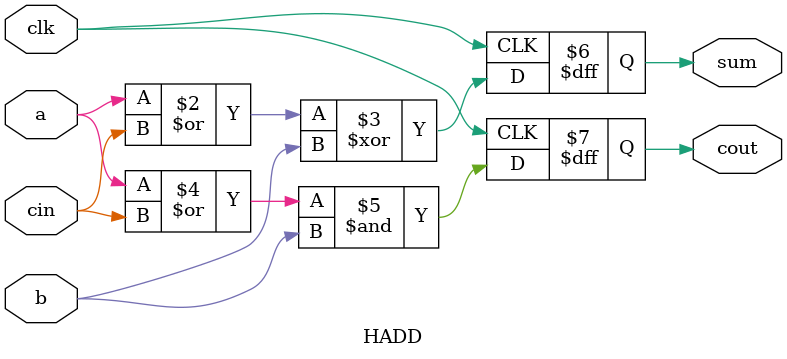
<source format=v>
`timescale 1ns / 1ps
module HADD(a,b,cin,sum,cout,clk);
    input a,b,cin,clk;
    output reg sum,cout;
    always@(posedge clk)
    begin
        sum<=(a|cin)^b;
        cout<=(a|cin)&b;
    end
endmodule



</source>
